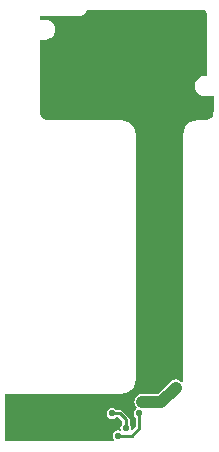
<source format=gbl>
%FSLAX25Y25*%
%MOIN*%
G70*
G01*
G75*
G04 Layer_Physical_Order=2*
G04 Layer_Color=16711680*
%ADD10R,0.01575X0.05315*%
%ADD11R,0.09843X0.01378*%
%ADD12R,0.02362X0.01969*%
%ADD13R,0.06693X0.06299*%
%ADD14C,0.04000*%
%ADD15C,0.01000*%
%ADD16C,0.02000*%
%ADD17C,0.01400*%
%ADD18C,0.05118*%
%ADD19O,0.04724X0.07480*%
%ADD20C,0.11811*%
%ADD21C,0.02200*%
%ADD22C,0.03000*%
G36*
X67126Y143440D02*
X67504Y143365D01*
X67824Y143151D01*
X68038Y142831D01*
X68113Y142453D01*
X68126D01*
Y121571D01*
X67520D01*
Y121581D01*
X66655Y121467D01*
X65849Y121133D01*
X65157Y120602D01*
X64626Y119911D01*
X64293Y119105D01*
X64179Y118240D01*
X64293Y117376D01*
X64626Y116570D01*
X65157Y115878D01*
X65849Y115347D01*
X66655Y115013D01*
X67520Y114899D01*
Y114909D01*
X70276D01*
D01*
X70276D01*
Y114893D01*
X70414Y114836D01*
X70472Y114697D01*
X70488D01*
Y109776D01*
X70482D01*
X70381Y109009D01*
X70085Y108294D01*
X69614Y107681D01*
X69001Y107210D01*
X68286Y106914D01*
X67520Y106813D01*
Y106807D01*
X65158D01*
Y106831D01*
X63882Y106663D01*
X62693Y106170D01*
X61672Y105387D01*
X60889Y104366D01*
X60396Y103177D01*
X60228Y101902D01*
X60252D01*
Y19616D01*
X59778Y19456D01*
X59677Y19587D01*
X59114Y20020D01*
X58457Y20292D01*
X57752Y20385D01*
X57047Y20292D01*
X56390Y20020D01*
X55826Y19587D01*
X51924Y15685D01*
X46722D01*
X46018Y15592D01*
X45361Y15320D01*
X44797Y14887D01*
X44364Y14323D01*
X44092Y13666D01*
X43999Y12961D01*
X44092Y12257D01*
X44364Y11600D01*
X44790Y11044D01*
X44709Y10551D01*
X44383Y10333D01*
X43986Y9738D01*
X43846Y9035D01*
X43986Y8333D01*
X44383Y7738D01*
X44458Y7688D01*
Y4542D01*
X43393Y3478D01*
X42952Y3714D01*
X43016Y4035D01*
X42877Y4738D01*
X42479Y5333D01*
X42405Y5383D01*
Y7035D01*
X42311Y7504D01*
X42046Y7901D01*
X40046Y9901D01*
X39649Y10166D01*
X39181Y10259D01*
X38028D01*
X37979Y10333D01*
X37383Y10731D01*
X36681Y10871D01*
X35979Y10731D01*
X35383Y10333D01*
X34986Y9738D01*
X34846Y9035D01*
X34986Y8333D01*
X35383Y7738D01*
X35979Y7340D01*
X36681Y7200D01*
X37383Y7340D01*
X37979Y7738D01*
X38028Y7812D01*
X38674D01*
X39958Y6529D01*
Y5383D01*
X39883Y5333D01*
X39486Y4738D01*
X39346Y4035D01*
X39423Y3647D01*
X39070Y3293D01*
X38681Y3371D01*
X37979Y3231D01*
X37383Y2833D01*
X36986Y2238D01*
X36846Y1535D01*
X36986Y833D01*
X37383Y238D01*
X37083Y-213D01*
X1181D01*
D01*
D01*
D01*
X1181Y-196D01*
Y-196D01*
X1166Y-190D01*
X1166Y-190D01*
X1043Y-139D01*
X985Y0D01*
X969D01*
Y15354D01*
X985D01*
X1043Y15493D01*
X1181Y15550D01*
Y15567D01*
X39567D01*
Y15543D01*
X40843Y15711D01*
X42031Y16204D01*
X43052Y16987D01*
X43836Y18008D01*
X44328Y19197D01*
X44496Y20472D01*
X44473D01*
Y101902D01*
X44473Y101902D01*
D01*
D01*
X44473Y101902D01*
Y101902D01*
X44496D01*
X44496Y101905D01*
X44473Y102079D01*
Y102079D01*
X44449Y102258D01*
X44449Y102258D01*
X44328Y103177D01*
Y103177D01*
X43836Y104366D01*
X43052Y105387D01*
X42031Y106170D01*
X40843Y106663D01*
X39567Y106831D01*
Y106807D01*
X39567Y106807D01*
X15473D01*
Y106813D01*
X14706Y106914D01*
X13991Y107210D01*
X13378Y107681D01*
X12907Y108294D01*
X12611Y109009D01*
X12510Y109776D01*
X12504D01*
Y133398D01*
X12520D01*
X12578Y133536D01*
X12717Y133594D01*
Y133610D01*
X12717D01*
D01*
X14370D01*
Y133600D01*
X15235Y133714D01*
X16040Y134048D01*
X16732Y134579D01*
X17263Y135271D01*
X17597Y136076D01*
X17711Y136941D01*
X17597Y137806D01*
X17263Y138611D01*
X16732Y139303D01*
X16040Y139834D01*
X15235Y140168D01*
X14370Y140282D01*
Y140272D01*
X12717D01*
Y140288D01*
X12578Y140346D01*
X12520Y140484D01*
X12504D01*
Y141272D01*
X12504Y141272D01*
D01*
X12504Y141272D01*
X12520D01*
X12531Y141296D01*
X12717Y141468D01*
X12717Y141468D01*
X12717Y141468D01*
Y141484D01*
X25394D01*
Y141478D01*
X26156Y141578D01*
X26866Y141872D01*
X27475Y142340D01*
X27943Y142949D01*
X28152Y143453D01*
X67126D01*
Y143440D01*
D02*
G37*
D14*
X53052Y12961D02*
X57752Y17661D01*
X46722Y12961D02*
X53052D01*
D15*
X45681Y4035D02*
Y9035D01*
X43181Y1535D02*
X45681Y4035D01*
X36681Y9035D02*
X39181D01*
X41181Y7035D01*
Y4035D02*
Y7035D01*
X38681Y1535D02*
X43181D01*
D18*
X40256Y127295D02*
D03*
X59350D02*
D03*
D19*
X35630Y138713D02*
D03*
X63976D02*
D03*
D20*
X28150Y117256D02*
D03*
D21*
X24681Y130921D02*
D03*
Y126700D02*
D03*
X19931Y130921D02*
D03*
Y126700D02*
D03*
X15181Y114035D02*
D03*
Y118257D02*
D03*
Y122478D02*
D03*
Y126700D02*
D03*
Y130921D02*
D03*
X20181Y1535D02*
D03*
X45681Y9035D02*
D03*
X36681D02*
D03*
X38681Y1535D02*
D03*
X41181Y4035D02*
D03*
D22*
X57752Y17661D02*
D03*
X46722Y12961D02*
D03*
M02*

</source>
